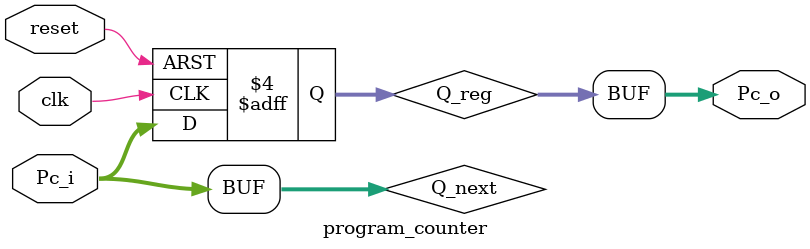
<source format=v>
module program_counter
#(parameter N=32)
(
input [N-1:0]Pc_i,
input reset,clk,
output [N-1:0]Pc_o
);

reg [N-1:0] Q_reg,Q_next;
always@(posedge clk,negedge reset)
begin
Q_reg<=Q_reg;
if(!reset)
Q_reg<='b0;
else
Q_reg<=Q_next;

end

always@*
begin
Q_next=Pc_i;
end
assign Pc_o=Q_reg;
endmodule

</source>
